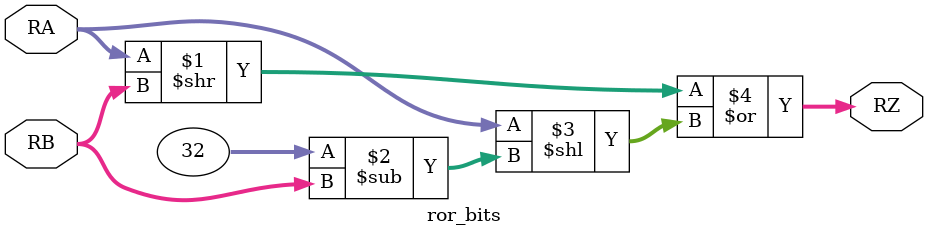
<source format=v>
`timescale 1ns/10ps

module ror_bits(
	input wire [31:0] RA, RB,
	output wire [31:0] RZ
	);
	
	assign RZ = ((RA >> RB) | (RA << (32 - RB)));
	
endmodule 
</source>
